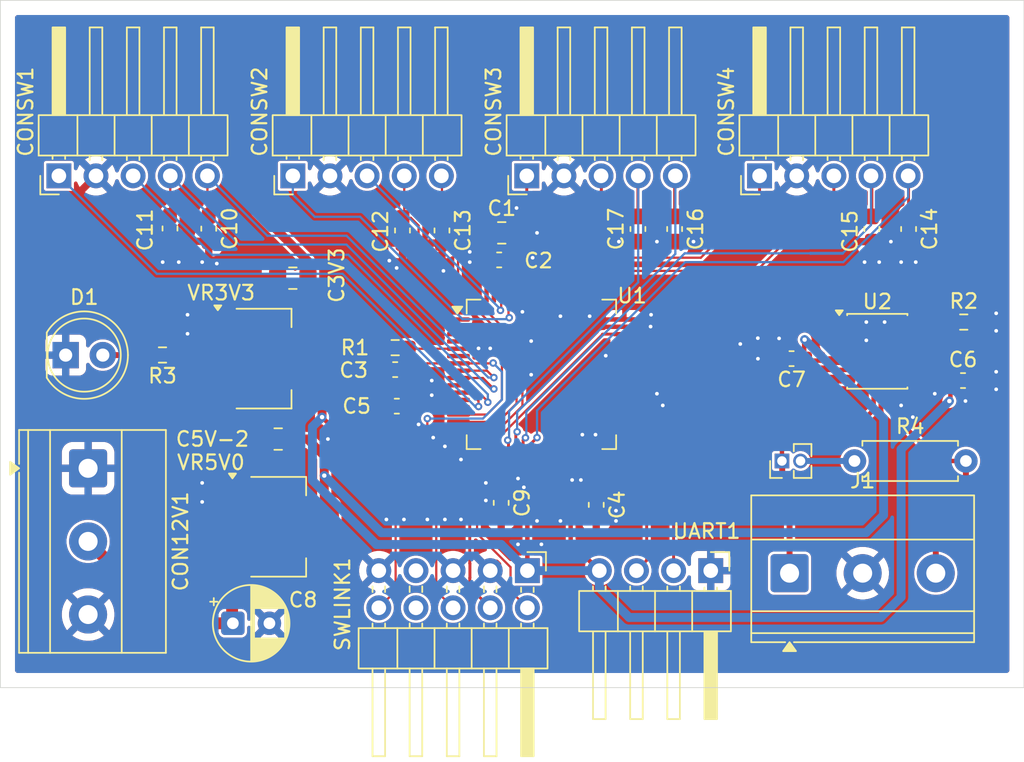
<source format=kicad_pcb>
(kicad_pcb (version 20241229) (generator "pcbnew") (generator_version "9.0")
  (title_block (date "2026-01-11"))
  (layers (0 "F.Cu" signal) (2 "B.Cu" signal) (13 "F.Paste" user) (15 "B.Paste" user) (5 "F.SilkS" user "F.Silkscreen") (7 "B.SilkS" user "B.Silkscreen") (1 "F.Mask" user) (3 "B.Mask" user) (25 "Edge.Cuts" user))
  (net 0 "")
  (net 6 "GND")
  (net 7 "+3.3V")
  (net 8 "/NRST")
  (net 9 "/SWO")
  (net 10 "/SWDIO")
  (net 11 "/SWCLK")
  (net 12 "+5V")
  (net 13 "+12V")
  (net 14 "/CAN1_RX")
  (net 15 "/CAN1_TX")
  (net 16 "/CTL1")
  (net 17 "/DEN1")
  (net 18 "/CTL2")
  (net 19 "/DEN2")
  (net 20 "/CTL3")
  (net 21 "/DEN3")
  (net 22 "/DEN4")
  (net 23 "/CTL4")
  (net 26 "/ADC1_IN12")
  (net 27 "/ADC1_IN8")
  (net 28 "/ADC1_IN10")
  (net 29 "/ADC1_IN6")
  (net 30 "/ADC1_IN5")
  (net 31 "/USART1_TX")
  (net 32 "/ADC1_IN9")
  (net 33 "/ADC1_IN7")
  (net 34 "/USART1_RX")
  (net 35 "/ADC1_IN11")
  (net 36 "/BOOT0")
  (net 37 "/CANH")
  (net 38 "/CANL")
  (net 39 "Net-(U2-STBY)")
  (net 40 "Net-(D1-A)")
  (net 50 "/ADC1_IN1")
  (net 58 "/ADC1_IN2")
  (net 62 "Net-(J2-Pin_2)")
  (footprint "Capacitor_SMD:C_0603_1608Metric_Pad1.08x0.95mm_HandSolder" (layer "F.Cu") (at 129.5 91.7375 -90)
    (property "Reference" "C12")
    (property "Value" "100n" (hide yes))
  )
  (footprint "Capacitor_SMD:C_0805_2012Metric_Pad1.18x1.45mm_HandSolder" (layer "F.Cu") (at 121 106 180)
    (property "Reference" "C5V-2")
    (property "Value" "1u" (hide yes))
  )
  (footprint "Capacitor_SMD:C_0805_2012Metric_Pad1.18x1.45mm_HandSolder" (layer "F.Cu") (at 136.2875 91.9)
    (property "Reference" "C1")
    (property "Value" "4u7" (hide yes))
  )
  (footprint "Connector_PinHeader_2.54mm:PinHeader_1x05_P2.54mm_Horizontal" (layer "F.Cu") (at 122 88 90)
    (property "Reference" "CONSW2")
    (property "Value" "Conn_01x05" (hide yes))
  )
  (footprint "Connector_PinHeader_2.54mm:PinHeader_2x05_P2.54mm_Horizontal" (layer "F.Cu") (at 138.04 115 -90)
    (property "Reference" "SWLINK1")
    (property "Value" "Conn_ARM_JTAG_SWD_10" (hide yes))
  )
  (footprint "Package_TO_SOT_SMD:SOT-223-3_TabPin2" (layer "F.Cu") (at 121 112)
    (property "Reference" "VR5V0")
    (property "Value" "TLV1117-50" (hide yes))
  )
  (footprint "Connector_PinHeader_1.27mm:PinHeader_1x02_P1.27mm_Vertical" (layer "F.Cu") (at 155.45 107.5 90)
    (property "Reference" "J2" (hide yes))
    (property "Value" "TERM")
  )
  (footprint "Capacitor_SMD:C_0603_1608Metric_Pad1.08x0.95mm_HandSolder" (layer "F.Cu") (at 129.1125 103.75 180)
    (property "Reference" "C5")
    (property "Value" "100n" (hide yes))
  )
  (footprint "Resistor_SMD:R_0603_1608Metric_Pad0.98x0.95mm_HandSolder" (layer "F.Cu") (at 129 99.75 180)
    (property "Reference" "R1")
    (property "Value" "10K" (hide yes))
  )
  (footprint "Capacitor_SMD:C_0603_1608Metric_Pad1.08x0.95mm_HandSolder" (layer "F.Cu") (at 113.6 91.6 -90)
    (property "Reference" "C11")
    (property "Value" "100n" (hide yes))
  )
  (footprint "TerminalBlock_Phoenix:TerminalBlock_Phoenix_MKDS-1,5-3_1x03_P5.00mm_Horizontal" (layer "F.Cu") (at 155.97 115.1725)
    (property "Reference" "J1")
    (property "Value" "CANBUS")
  )
  (footprint "Connector_PinHeader_2.54mm:PinHeader_1x05_P2.54mm_Horizontal" (layer "F.Cu") (at 106 88 90)
    (property "Reference" "CONSW1")
    (property "Value" "Conn_01x05" (hide yes))
  )
  (footprint "Capacitor_SMD:C_0805_2012Metric_Pad1.18x1.45mm_HandSolder" (layer "F.Cu") (at 122 95 180)
    (property "Reference" "C3V3")
    (property "Value" "1u" (hide yes))
  )
  (footprint "Package_TO_SOT_SMD:SOT-223-3_TabPin2" (layer "F.Cu") (at 120 100.5)
    (property "Reference" "VR3V3")
    (property "Value" "TLV1117-33" (hide yes))
  )
  (footprint "Capacitor_SMD:C_0603_1608Metric_Pad1.08x0.95mm_HandSolder" (layer "F.Cu") (at 136.25 110.3625 -90)
    (property "Reference" "C9")
    (property "Value" "1u" (hide yes))
  )
  (footprint "Resistor_SMD:R_0603_1608Metric_Pad0.98x0.95mm_HandSolder" (layer "F.Cu") (at 113.0875 100.25 180)
    (property "Reference" "R3")
    (property "Value" "1K" (hide yes))
  )
  (footprint "TerminalBlock_Phoenix:TerminalBlock_Phoenix_MKDS-1,5-3_1x03_P5.00mm_Horizontal" (layer "F.Cu") (at 108 108 -90)
    (property "Reference" "CON12V1")
    (property "Value" "CENTER+")
  )
  (footprint "Capacitor_SMD:C_0603_1608Metric_Pad1.08x0.95mm_HandSolder" (layer "F.Cu") (at 136.1125 93.75)
    (property "Reference" "C2")
    (property "Value" "100n" (hide yes))
  )
  (footprint "Connector_PinHeader_2.54mm:PinHeader_1x04_P2.54mm_Horizontal" (layer "F.Cu") (at 150.58 115 -90)
    (property "Reference" "UART1")
    (property "Value" "Conn_01x04" (hide yes))
  )
  (footprint "Package_QFP:LQFP-64_10x10mm_P0.5mm" (layer "F.Cu") (at 139 101.575)
    (property "Reference" "U1")
    (property "Value" "STM32L433RCT3" (hide yes))
  )
  (footprint "Capacitor_SMD:C_0603_1608Metric_Pad1.08x0.95mm_HandSolder" (layer "F.Cu") (at 145.6 91.6375 -90)
    (property "Reference" "C17")
    (property "Value" "100n" (hide yes))
  )
  (footprint "Connector_PinHeader_2.54mm:PinHeader_1x05_P2.54mm_Horizontal" (layer "F.Cu") (at 153.92 88 90)
    (property "Reference" "CONSW4")
    (property "Value" "Conn_01x05" (hide yes))
  )
  (footprint "Capacitor_SMD:C_0603_1608Metric_Pad1.08x0.95mm_HandSolder" (layer "F.Cu") (at 164.11 91.6375 -90)
    (property "Reference" "C14")
    (property "Value" "100n" (hide yes))
  )
  (footprint "Connector_PinHeader_2.54mm:PinHeader_1x05_P2.54mm_Horizontal" (layer "F.Cu") (at 138 88 90)
    (property "Reference" "CONSW3")
    (property "Value" "Conn_01x05" (hide yes))
  )
  (footprint "Capacitor_THT:CP_Radial_D5.0mm_P2.50mm" (layer "F.Cu") (at 117.9 118.6)
    (property "Reference" "C8")
    (property "Value" "10u" (hide yes))
  )
  (footprint "Capacitor_SMD:C_0603_1608Metric_Pad1.08x0.95mm_HandSolder" (layer "F.Cu") (at 148.11 91.6375 -90)
    (property "Reference" "C16")
    (property "Value" "100n" (hide yes))
  )
  (footprint "Capacitor_SMD:C_0603_1608Metric_Pad1.08x0.95mm_HandSolder" (layer "F.Cu") (at 156.1075 100.5 180)
    (property "Reference" "C7")
    (property "Value" "100n" (hide yes))
  )
  (footprint "Resistor_THT:R_Axial_DIN0207_L6.3mm_D2.5mm_P7.62mm_Horizontal" (layer "F.Cu") (at 160.41 107.5)
    (property "Reference" "R4")
    (property "Value" "120R" (hide yes))
  )
  (footprint "Capacitor_SMD:C_0603_1608Metric_Pad1.08x0.95mm_HandSolder" (layer "F.Cu") (at 129 101.25 180)
    (property "Reference" "C3")
    (property "Value" "100n" (hide yes))
  )
  (footprint "Resistor_SMD:R_0603_1608Metric_Pad0.98x0.95mm_HandSolder" (layer "F.Cu") (at 167.8825 98)
    (property "Reference" "R2")
    (property "Value" "10K" (hide yes))
  )
  (footprint "Capacitor_SMD:C_0603_1608Metric_Pad1.08x0.95mm_HandSolder" (layer "F.Cu") (at 167.8325 102)
    (property "Reference" "C6")
    (property "Value" "100n" (hide yes))
  )
  (footprint "Capacitor_SMD:C_0603_1608Metric_Pad1.08x0.95mm_HandSolder" (layer "F.Cu") (at 116.25 91.6125 -90)
    (property "Reference" "C10")
    (property "Value" "100n" (hide yes))
  )
  (footprint "Capacitor_SMD:C_0603_1608Metric_Pad1.08x0.95mm_HandSolder" (layer "F.Cu") (at 161.6 91.6375 -90)
    (property "Reference" "C15")
    (property "Value" "100n" (hide yes))
  )
  (footprint "Capacitor_SMD:C_0603_1608Metric_Pad1.08x0.95mm_HandSolder" (layer "F.Cu") (at 132.2 91.7375 -90)
    (property "Reference" "C13")
    (property "Value" "100n" (hide yes))
  )
  (footprint "Package_SO:SOIC-8_3.9x4.9mm_P1.27mm" (layer "F.Cu") (at 161.97 100)
    (property "Reference" "U2")
    (property "Value" "MCP2562-E-SN" (hide yes))
  )
  (footprint "LED_THT:LED_D5.0mm_Clear" (layer "F.Cu") (at 106.465 100.26)
    (property "Reference" "D1")
    (property "Value" "3.3V")
  )
  (footprint "Capacitor_SMD:C_0603_1608Metric_Pad1.08x0.95mm_HandSolder" (layer "F.Cu") (at 142.75 110.5 -90)
    (property "Reference" "C4")
    (property "Value" "100n" (hide yes))
  )
  (gr_rect (start 102 76) (end 172 123) (stroke (width 0.05)) (fill no) (layer "Edge.Cuts"))
  (segment (start 137.325 91.9) (end 137.325 92.775) (width 0.2) (layer "F.Cu") (net 6))
  (segment (start 136.341176 94.5) (end 136.7 94.5) (width 0.2) (layer "F.Cu") (net 6))
  (segment (start 135.75 95.091176) (end 136.341176 94.5) (width 0.2) (layer "F.Cu") (net 6))
  (segment (start 136.975 93.125) (end 136.975 93.75) (width 0.2) (layer "F.Cu") (net 6))
  (segment (start 136.975 93.75) (end 136.975 94.225) (width 0.2) (layer "F.Cu") (net 6))
  (segment (start 137.325 92.775) (end 136.975 93.125) (width 0.2) (layer "F.Cu") (net 6))
  (segment (start 135.75 95.9) (end 135.75 95.091176) (width 0.2) (layer "F.Cu") (net 6))
  (segment (start 136.975 94.225) (end 136.7 94.5) (width 0.2) (layer "F.Cu") (net 6))
  (via (at 134.7 99.8) (size 0.508) (drill 0.254) (layers "F.Cu" "B.Cu") (net 6))
  (via (at 113.1 93.9) (size 0.508) (drill 0.254) (layers "F.Cu" "B.Cu") (net 6))
  (via (at 141.7 108.8) (size 0.508) (drill 0.254) (layers "F.Cu" "B.Cu") (net 6))
  (via (at 138.4 93.6) (size 0.508) (drill 0.254) (layers "F.Cu" "B.Cu") (net 6))
  (via (at 138.7 91.9) (size 0.508) (drill 0.254) (layers "F.Cu" "B.Cu") (net 6))
  (via (at 128.6 93.8) (size 0.508) (drill 0.254) (layers "F.Cu" "B.Cu") (net 6))
  (via (at 162.9 92.5) (size 0.508) (drill 0.254) (layers "F.Cu" "B.Cu") (net 6))
  (via (at 129.6 111.5) (size 0.508) (drill 0.254) (layers "F.Cu" "B.Cu") (net 6))
  (via (at 124.4 106) (size 0.508) (drill 0.254) (layers "F.Cu" "B.Cu") (net 6))
  (via (at 114.8 98.8) (size 0.508) (drill 0.254) (layers "F.Cu" "B.Cu") (net 6))
  (via (at 142.3 97.6) (size 0.508) (drill 0.254) (layers "F.Cu" "B.Cu") (net 6))
  (via (at 132.4 106.5) (size 0.508) (drill 0.254) (layers "F.Cu" "B.Cu") (net 6))
  (via (at 161.22 98) (size 0.508) (drill 0.254) (layers "F.Cu" "B.Cu") (net 6))
  (via (at 131.5 102) (size 0.508) (drill 0.254) (layers "F.Cu" "B.Cu") (net 6))
  (via (at 170.1 98.6) (size 0.508) (drill 0.254) (layers "F.Cu" "B.Cu") (net 6))
  (via (at 144.1 110.9) (size 0.508) (drill 0.254) (layers "F.Cu" "B.Cu") (net 6))
  (via (at 162.1 93.9) (size 0.508) (drill 0.254) (layers "F.Cu" "B.Cu") (net 6))
  (via (at 142.7 105.7) (size 0.508) (drill 0.254) (layers "F.Cu" "B.Cu") (net 6))
  (via (at 115.8 109) (size 0.508) (drill 0.254) (layers "F.Cu" "B.Cu") (net 6))
  (via (at 165.9 102.9) (size 0.508) (drill 0.254) (layers "F.Cu" "B.Cu") (net 6))
  (via (at 137.7 97.3) (size 0.508) (drill 0.254) (layers "F.Cu" "B.Cu") (net 6))
  (via (at 144.1 111.6) (size 0.508) (drill 0.254) (layers "F.Cu" "B.Cu") (net 6))
  (via (at 140.3 111.6) (size 0.508) (drill 0.254) (layers "F.Cu" "B.Cu") (net 6))
  (via (at 137.8 109.3) (size 0.508) (drill 0.254) (layers "F.Cu" "B.Cu") (net 6))
  (via (at 114.8 97.5) (size 0.508) (drill 0.254) (layers "F.Cu" "B.Cu") (net 6))
  (via (at 134.1 93.2) (size 0.508) (drill 0.254) (layers "F.Cu" "B.Cu") (net 6))
  (via (at 164.6 93.9) (size 0.508) (drill 0.254) (layers "F.Cu" "B.Cu") (net 6))
  (via (at 163.6 103.7) (size 0.508) (drill 0.254) (layers "F.Cu" "B.Cu") (net 6))
  (via (at 146.9 92.5) (size 0.508) (drill 0.254) (layers "F.Cu" "B.Cu") (net 6))
  (via (at 135.2 109) (size 0.508) (drill 0.254) (layers "F.Cu" "B.Cu") (net 6))
  (via (at 114.2 93.9) (size 0.508) (drill 0.254) (layers "F.Cu" "B.Cu") (net 6))
  (via (at 149.4 92.5) (size 0.508) (drill 0.254) (layers "F.Cu" "B.Cu") (net 6))
  (via (at 170.1 97.4) (size 0.508) (drill 0.254) (layers "F.Cu" "B.Cu") (net 6))
  (via (at 146.9 102.9) (size 0.508) (drill 0.254) (layers "F.Cu" "B.Cu") (net 6))
  (via (at 146.466235 98.309304) (size 0.508) (drill 0.254) (layers "F.Cu" "B.Cu") (net 6))
  (via (at 162.47 98) (size 0.508) (drill 0.254) (layers "F.Cu" "B.Cu") (net 6))
  (via (at 163.6 93.9) (size 0.508) (drill 0.254) (layers "F.Cu" "B.Cu") (net 6))
  (via (at 139 113.2) (size 0.508) (drill 0.254) (layers "F.Cu" "B.Cu") (net 6))
  (via (at 141.8 105.7) (size 0.508) (drill 0.254) (layers "F.Cu" "B.Cu") (net 6))
  (via (at 138.7 111.6) (size 0.508) (drill 0.254) (layers "F.Cu" "B.Cu") (net 6))
  (via (at 128.4 111.5) (size 0.508) (drill 0.254) (layers "F.Cu" "B.Cu") (net 6))
  (via (at 140.3 97.6) (size 0.508) (drill 0.254) (layers "F.Cu" "B.Cu") (net 6))
  (via (at 168 103.4) (size 0.508) (drill 0.254) (layers "F.Cu" "B.Cu") (net 6))
  (via (at 161.22 99.25) (size 0.508) (drill 0.254) (layers "F.Cu" "B.Cu") (net 6))
  (via (at 116.8 94) (size 0.508) (drill 0.254) (layers "F.Cu" "B.Cu") (net 6))
  (via (at 152.6 99.5) (size 0.508) (drill 0.254) (layers "F.Cu" "B.Cu") (net 6))
  (via (at 115.8 110.3) (size 0.508) (drill 0.254) (layers "F.Cu" "B.Cu") (net 6))
  (via (at 132.4 111.5) (size 0.508) (drill 0.254) (layers "F.Cu" "B.Cu") (net 6))
  (via (at 134.1 93.9) (size 0.508) (drill 0.254) (layers "F.Cu" "B.Cu") (net 6))
  (via (at 153.807269 100.507582) (size 0.508) (drill 0.254) (layers "F.Cu" "B.Cu") (net 6))
  (via (at 115.8 93.9) (size 0.508) (drill 0.254) (layers "F.Cu" "B.Cu") (net 6))
  (via (at 131.2 111.5) (size 0.508) (drill 0.254) (layers "F.Cu" "B.Cu") (net 6))
  (via (at 146.5 97.5) (size 0.508) (drill 0.254) (layers "F.Cu" "B.Cu") (net 6))
  (via (at 147.3 103.7) (size 0.508) (drill 0.254) (layers "F.Cu" "B.Cu") (net 6))
  (via (at 138.3 99.3) (size 0.508) (drill 0.254) (layers "F.Cu" "B.Cu") (net 6))
  (via (at 130.6 105) (size 0.508) (drill 0.254) (layers "F.Cu" "B.Cu") (net 6))
  (via (at 129.1 94.3) (size 0.508) (drill 0.254) (layers "F.Cu" "B.Cu") (net 6))
  (via (at 135.5 99.8) (size 0.508) (drill 0.254) (layers "F.Cu" "B.Cu") (net 6))
  (via (at 137.4 108.7) (size 0.508) (drill 0.254) (layers "F.Cu" "B.Cu") (net 6))
  (via (at 137.4 113.2) (size 0.508) (drill 0.254) (layers "F.Cu" "B.Cu") (net 6))
  (via (at 143.4 100.3) (size 0.508) (drill 0.254) (layers "F.Cu" "B.Cu") (net 6))
  (via (at 133.5 107.4) (size 0.508) (drill 0.254) (layers "F.Cu" "B.Cu") (net 6))
  (via (at 133.5 111.5) (size 0.508) (drill 0.254) (layers "F.Cu" "B.Cu") (net 6))
  (via (at 132.3 94.5) (size 0.508) (drill 0.254) (layers "F.Cu" "B.Cu") (net 6))
  (via (at 138.3 101.6) (size 0.508) (drill 0.254) (layers "F.Cu" "B.Cu") (net 6))
  (via (at 161.1 93.9) (size 0.508) (drill 0.254) (layers "F.Cu" "B.Cu") (net 6))
  (via (at 135.2 110.2) (size 0.508) (drill 0.254) (layers "F.Cu" "B.Cu") (net 6))
  (via (at 144.3 92.5) (size 0.508) (drill 0.254) (layers "F.Cu" "B.Cu") (net 6))
  (via (at 164.4 104.5) (size 0.508) (drill 0.254) (layers "F.Cu" "B.Cu") (net 6))
  (via (at 131.5 103) (size 0.508) (drill 0.254) (layers "F.Cu" "B.Cu") (net 6))
  (via (at 170.1 102.6) (size 0.508) (drill 0.254) (layers "F.Cu" "B.Cu") (net 6))
  (via (at 153.8 99.1) (size 0.508) (drill 0.254) (layers "F.Cu" "B.Cu") (net 6))
  (via (at 155.25469 99.117598) (size 0.508) (drill 0.254) (layers "F.Cu" "B.Cu") (net 6))
  (via (at 137.3 90.2) (size 0.508) (drill 0.254) (layers "F.Cu" "B.Cu") (net 6))
  (via (at 141.1 108.8) (size 0.508) (drill 0.254) (layers "F.Cu" "B.Cu") (net 6))
  (via (at 131.6 105.9) (size 0.508) (drill 0.254) (layers "F.Cu" "B.Cu") (net 6))
  (via (at 170.1 101.4) (size 0.508) (drill 0.254) (layers "F.Cu" "B.Cu") (net 6))
  (segment (start 166.875 101.905) (end 166.97 102) (width 0.305) (layer "F.Cu") (net 7))
  (segment (start 135.25 91.9) (end 135.25 88.15) (width 0.61) (layer "F.Cu") (net 7))
  (segment (start 129.975 105.025) (end 129.5 105.5) (width 0.305) (layer "F.Cu") (net 7))
  (segment (start 142.75 109.6375) (end 141.80625 109.6375) (width 0.305) (layer "F.Cu") (net 7))
  (segment (start 141.80625 109.6375) (end 141 110.44375) (width 0.305) (layer "F.Cu") (net 7))
  (segment (start 123.0375 100.3875) (end 123.15 100.5) (width 0.61) (layer "F.Cu") (net 7))
  (segment (start 129.5 105.5) (end 125 105.5) (width 0.305) (layer "F.Cu") (net 7))
  (segment (start 138.04 115) (end 138.04 113) (width 0.305) (layer "F.Cu") (net 7))
  (segment (start 130.05 103.825) (end 133.325 103.825) (width 0.254) (layer "F.Cu") (net 7))
  (segment (start 164.445 101.905) (end 166.875 101.905) (width 0.305) (layer "F.Cu") (net 7))
  (segment (start 141 113) (end 141.5 113.5) (width 0.305) (layer "F.Cu") (net 7))
  (segment (start 132.6 85.5) (end 120.1 85.5) (width 0.61) (layer "F.Cu") (net 7))
  (segment (start 135.25 95.9) (end 135.25 93.75) (width 0.1524) (layer "F.Cu") (net 7))
  (segment (start 120.1 85.5) (end 119.6 86) (width 0.61) (layer "F.Cu") (net 7))
  (segment (start 129.975 103.75) (end 130.05 103.825) (width 0.254) (layer "F.Cu") (net 7))
  (segment (start 123.5 100.85) (end 123.15 100.5) (width 0.61) (layer "F.Cu") (net 7))
  (segment (start 114 100.25) (end 116.6 100.25) (width 0.305) (layer "F.Cu") (net 7))
  (segment (start 136.25 109.5) (end 137 109.5) (width 0.305) (layer "F.Cu") (net 7))
  (segment (start 135.25 92) (end 135.25 93.75) (width 0.305) (layer "F.Cu") (net 7))
  (segment (start 123.0375 93.8375) (end 119.6 90.4) (width 0.61) (layer "F.Cu") (net 7))
  (segment (start 123.0375 95) (end 123.0375 93.8375) (width 0.61) (layer "F.Cu") (net 7))
  (segment (start 123.0375 97.5) (end 123.0375 100.3875) (width 0.61) (layer "F.Cu") (net 7))
  (segment (start 141 110.44375) (end 141 113) (width 0.305) (layer "F.Cu") (net 7))
  (segment (start 116.6 100.25) (end 116.85 100.5) (width 0.305) (layer "F.Cu") (net 7))
  (segment (start 123.0375 95) (end 123.0375 97.5) (width 0.61) (layer "F.Cu") (net 7))
  (segment (start 125 105.5) (end 124 104.5) (width 0.305) (layer "F.Cu") (net 7))
  (segment (start 123.5 103) (end 123.5 100.85) (width 0.61) (layer "F.Cu") (net 7))
  (segment (start 136.25 109.5) (end 136.25 107.25) (width 0.254) (layer "F.Cu") (net 7))
  (segment (start 124 103.5) (end 124 104.5) (width 0.61) (layer "F.Cu") (net 7))
  (segment (start 129.6625 104.025) (end 129.6875 104) (width 0.2) (layer "F.Cu") (net 7))
  (segment (start 142.75 109.6375) (end 142.75 107.25) (width 0.254) (layer "F.Cu") (net 7))
  (segment (start 119.6 86) (end 119.6 90.4) (width 0.61) (layer "F.Cu") (net 7))
  (segment (start 138.04 110.54) (end 138.04 113) (width 0.305) (layer "F.Cu") (net 7))
  (segment (start 142.96 115) (end 141.5 113.54) (width 0.305) (layer "F.Cu") (net 7))
  (segment (start 141.5 113.54) (end 141.5 113.5) (width 0.2) (layer "F.Cu") (net 7))
  (segment (start 135.25 88.15) (end 132.6 85.5) (width 0.61) (layer "F.Cu") (net 7))
  (segment (start 166.97 103.33) (end 166.9 103.4) (width 0.305) (layer "F.Cu") (net 7))
  (segment (start 116.85 100.5) (end 123.15 100.5) (width 0.61) (layer "F.Cu") (net 7))
  (segment (start 166.97 102) (end 166.97 103.33) (width 0.305) (layer "F.Cu") (net 7))
  (segment (start 129.975 103.75) (end 129.975 105.025) (width 0.305) (layer "F.Cu") (net 7))
  (segment (start 124 103.5) (end 123.5 103) (width 0.61) (layer "F.Cu") (net 7))
  (segment (start 137 109.5) (end 138.04 110.54) (width 0.305) (layer "F.Cu") (net 7))
  (via (at 124 104.5) (size 0.6) (drill 0.3) (layers "F.Cu" "B.Cu") (net 7))
  (via (at 166.9 103.4) (size 0.6) (drill 0.3) (layers "F.Cu" "B.Cu") (net 7))
  (segment (start 138.04 115) (end 136.251 113.211) (width 0.61) (layer "B.Cu") (net 7))
  (segment (start 123.339 105.161) (end 124 104.5) (width 0.61) (layer "B.Cu") (net 7))
  (segment (start 163.6 116.8) (end 162.2 118.2) (width 0.61) (layer "B.Cu") (net 7))
  (segment (start 163.6 106.7) (end 163.6 116.8) (width 0.61) (layer "B.Cu") (net 7))
  (segment (start 123.339 108.835928) (end 123.339 105.161) (width 0.61) (layer "B.Cu") (net 7))
  (segment (start 166.9 103.4) (end 163.6 106.7) (width 0.61) (layer "B.Cu") (net 7))
  (segment (start 145 118.2) (end 142.96 116.16) (width 0.61) (layer "B.Cu") (net 7))
  (segment (start 136.251 113.211) (end 127.714072 113.211) (width 0.61) (layer "B.Cu") (net 7))
  (segment (start 162.2 118.2) (end 145 118.2) (width 0.61) (layer "B.Cu") (net 7))
  (segment (start 142.96 116.16) (end 142.96 115) (width 0.61) (layer "B.Cu") (net 7))
  (segment (start 138.04 115) (end 142.96 115) (width 0.61) (layer "B.Cu") (net 7))
  (segment (start 127.714072 113.211) (end 123.339 108.835928) (width 0.61) (layer "B.Cu") (net 7))
  (segment (start 133.325 100.825) (end 135.675 100.825) (width 0.1524) (layer "F.Cu") (net 8))
  (segment (start 130.75 101.25) (end 131.175 100.825) (width 0.1524) (layer "F.Cu") (net 8))
  (segment (start 131.2 105.2) (end 129.031 107.369) (width 0.1524) (layer "F.Cu") (net 8))
  (segment (start 129.8625 101.25) (end 130.75 101.25) (width 0.1524) (layer "F.Cu") (net 8))
  (segment (start 131.175 100.825) (end 133.325 100.825) (width 0.1524) (layer "F.Cu") (net 8))
  (segment (start 135.675 100.825) (end 135.7 100.8) (width 0.2) (layer "F.Cu") (net 8))
  (segment (start 129.031 107.369) (end 129.031 116.389) (width 0.1524) (layer "F.Cu") (net 8))
  (segment (start 131.2 104.6) (end 131.2 105.2) (width 0.1524) (layer "F.Cu") (net 8))
  (segment (start 129.031 116.389) (end 127.88 117.54) (width 0.1524) (layer "F.Cu") (net 8))
  (via (at 135.7 100.8) (size 0.508) (drill 0.254) (layers "F.Cu" "B.Cu") (net 8))
  (via (at 131.2 104.6) (size 0.508) (drill 0.254) (layers "F.Cu" "B.Cu") (net 8))
  (segment (start 136.301001 103.297919) (end 134.99892 104.6) (width 0.1524) (layer "B.Cu") (net 8))
  (segment (start 134.99892 104.6) (end 131.2 104.6) (width 0.1524) (layer "B.Cu") (net 8))
  (segment (start 135.7 100.8) (end 136.301001 101.401001) (width 0.1524) (layer "B.Cu") (net 8))
  (segment (start 136.301001 101.401001) (end 136.301001 103.297919) (width 0.1524) (layer "B.Cu") (net 8))
  (segment (start 131.809 108.191) (end 134.774 105.226) (width 0.1524) (layer "F.Cu") (net 9))
  (segment (start 137.301 103.5661) (end 137.301 98.799) (width 0.1524) (layer "F.Cu") (net 9))
  (segment (start 139.124 96.976) (end 139.482824 96.976) (width 0.1524) (layer "F.Cu") (net 9))
  (segment (start 139.75 96.708824) (end 139.75 95.9) (width 0.1524) (layer "F.Cu") (net 9))
  (segment (start 132.96 117.54) (end 131.809 116.389) (width 0.1524) (layer "F.Cu") (net 9))
  (segment (start 139.701 96.399) (end 139.75 96.35) (width 0.2) (layer "F.Cu") (net 9))
  (segment (start 135.6411 105.226) (end 137.301 103.5661) (width 0.1524) (layer "F.Cu") (net 9))
  (segment (start 134.774 105.226) (end 135.6411 105.226) (width 0.1524) (layer "F.Cu") (net 9))
  (segment (start 139.75 96.35) (end 139.75 95.9) (width 0.2) (layer "F.Cu") (net 9))
  (segment (start 131.809 116.389) (end 131.809 108.191) (width 0.1524) (layer "F.Cu") (net 9))
  (segment (start 137.301 98.799) (end 139.124 96.976) (width 0.1524) (layer "F.Cu") (net 9))
  (segment (start 139.482824 96.976) (end 139.75 96.708824) (width 0.1524) (layer "F.Cu") (net 9))
  (segment (start 134.6 112.47224) (end 134.6 106.5342) (width 0.1524) (layer "F.Cu") (net 10))
  (segment (start 136.889 116.389) (end 136.889 114.76124) (width 0.1524) (layer "F.Cu") (net 10))
  (segment (start 138.04 117.54) (end 136.889 116.389) (width 0.1524) (layer "F.Cu") (net 10))
  (segment (start 134.6 106.5342) (end 135.1062 106.028) (width 0.1524) (layer "F.Cu") (net 10))
  (segment (start 136.889 114.76124) (end 134.6 112.47224) (width 0.1524) (layer "F.Cu") (net 10))
  (segment (start 135.9733 106.028) (end 143.1763 98.825) (width 0.1524) (layer "F.Cu") (net 10))
  (segment (start 143.1763 98.825) (end 144.675 98.825) (width 0.2) (layer "F.Cu") (net 10))
  (segment (start 135.1062 106.028) (end 135.9733 106.028) (width 0.1524) (layer "F.Cu") (net 10))
  (segment (start 134.1 106.4671) (end 134.9401 105.627) (width 0.1524) (layer "F.Cu") (net 11))
  (segment (start 139.839086 97.377) (end 140.311486 96.9046) (width 0.1524) (layer "F.Cu") (net 11))
  (segment (start 134.1 116.14) (end 134.1 115.48776) (width 0.2) (layer "F.Cu") (net 11))
  (segment (start 137.702 98.9651) (end 139.2901 97.377) (width 0.1524) (layer "F.Cu") (net 11))
  (segment (start 142.453248 96.9046) (end 142.75 96.607848) (width 0.1524) (layer "F.Cu") (net 11))
  (segment (start 134.111 114.52324) (end 134.1 114.51224) (width 0.2) (layer "F.Cu") (net 11))
  (segment (start 135.8072 105.627) (end 137.702 103.7322) (width 0.1524) (layer "F.Cu") (net 11))
  (segment (start 137.702 103.7322) (end 137.702 98.9651) (width 0.1524) (layer "F.Cu") (net 11))
  (segment (start 135.5 117.54) (end 134.1 116.14) (width 0.2) (layer "F.Cu") (net 11))
  (segment (start 134.9401 105.627) (end 135.8072 105.627) (width 0.1524) (layer "F.Cu") (net 11))
  (segment (start 134.1 115.48776) (end 134.111 115.47676) (width 0.2) (layer "F.Cu") (net 11))
  (segment (start 134.111 115.47676) (end 134.111 114.52324) (width 0.2) (layer "F.Cu") (net 11))
  (segment (start 139.2901 97.377) (end 139.839086 97.377) (width 0.1524) (layer "F.Cu") (net 11))
  (segment (start 134.1 114.51224) (end 134.1 106.4671) (width 0.2) (layer "F.Cu") (net 11))
  (segment (start 140.311486 96.9046) (end 142.453248 96.9046) (width 0.1524) (layer "F.Cu") (net 11))
  (segment (start 142.75 96.607848) (end 142.75 95.9) (width 0.1524) (layer "F.Cu") (net 11))
  (segment (start 120.8 102.8) (end 122.0375 104.0375) (width 0.61) (layer "F.Cu") (net 12))
  (segment (start 123 106) (end 124.15 107.15) (width 0.61) (layer "F.Cu") (net 12))
  (segment (start 124.15 108.5) (end 124.15 112) (width 0.61) (layer "F.Cu") (net 12))
  (segment (start 116.85 102.8) (end 120.8 102.8) (width 0.61) (layer "F.Cu") (net 12))
  (segment (start 124.15 107.15) (end 124.15 108.5) (width 0.61) (layer "F.Cu") (net 12))
  (segment (start 117.85 112) (end 124.15 112) (width 0.61) (layer "F.Cu") (net 12))
  (segment (start 156.97 99.23) (end 157 99.2) (width 0.305) (layer "F.Cu") (net 12))
  (segment (start 157.085 100.635) (end 156.97 100.52) (width 0.305) (layer "F.Cu") (net 12))
  (segment (start 159.495 100.635) (end 157.085 100.635) (width 0.305) (layer "F.Cu") (net 12))
  (segment (start 122.0375 104.0375) (end 122.0375 106) (width 0.61) (layer "F.Cu") (net 12))
  (segment (start 122.0375 106) (end 123 106) (width 0.61) (layer "F.Cu") (net 12))
  (segment (start 156.97 100.5) (end 156.97 99.23) (width 0.305) (layer "F.Cu") (net 12))
  (segment (start 156.97 100.52) (end 156.97 100.5) (width 0.305) (layer "F.Cu") (net 12))
  (via (at 157 99.2) (size 0.6) (drill 0.3) (layers "F.Cu" "B.Cu") (net 12))
  (via (at 124.15 108.5) (size 0.6) (drill 0.3) (layers "F.Cu" "B.Cu") (net 12))
  (segment (start 162.4 104.6) (end 162.4 111.2) (width 0.61) (layer "B.Cu") (net 12))
  (segment (start 157 99.2) (end 162.4 104.6) (width 0.61) (layer "B.Cu") (net 12))
  (segment (start 162.4 111.2) (end 161.2 112.4) (width 0.61) (layer "B.Cu") (net 12))
  (segment (start 128.05 112.4) (end 124.15 108.5) (width 0.61) (layer "B.Cu") (net 12))
  (segment (start 161.2 112.4) (end 128.05 112.4) (width 0.61) (layer "B.Cu") (net 12))
  (segment (start 117.85 114.3) (end 117.85 118.55) (width 0.8128) (layer "F.Cu") (net 13))
  (segment (start 117.85 118.55) (end 117.9 118.6) (width 0.8128) (layer "F.Cu") (net 13))
  (segment (start 113.6 118.6) (end 108 113) (width 0.8128) (layer "F.Cu") (net 13))
  (segment (start 117.9 118.6) (end 113.6 118.6) (width 0.8128) (layer "F.Cu") (net 13))
  (segment (start 144.675 99.825) (end 151.545 99.825) (width 0.254) (layer "F.Cu") (net 14))
  (segment (start 153.625 101.905) (end 159.495 101.905) (width 0.254) (layer "F.Cu") (net 14))
  (segment (start 151.545 99.825) (end 153.625 101.905) (width 0.254) (layer "F.Cu") (net 14))
  (segment (start 159.495 98.095) (end 152.805 98.095) (width 0.254) (layer "F.Cu") (net 15))
  (segment (start 151.575 99.325) (end 144.675 99.325) (width 0.254) (layer "F.Cu") (net 15))
  (segment (start 152.805 98.095) (end 151.575 99.325) (width 0.254) (layer "F.Cu") (net 15))
  (segment (start 134.401 103.092176) (end 134.182824 102.874) (width 0.1524) (layer "F.Cu") (net 16))
  (segment (start 134.7 103.775) (end 134.7 103.4) (width 0.1524) (layer "F.Cu") (net 16))
  (segment (start 134.174 102.874) (end 134.125 102.825) (width 0.2) (layer "F.Cu") (net 16))
  (segment (start 134.125 102.825) (end 133.325 102.825) (width 0.1524) (layer "F.Cu") (net 16))
  (segment (start 134.401 103.101) (end 134.401 103.092176) (width 0.2) (layer "F.Cu") (net 16))
  (segment (start 134.7 103.4) (end 134.401 103.101) (width 0.1524) (layer "F.Cu") (net 16))
  (segment (start 134.182824 102.874) (end 134.174 102.874) (width 0.2) (layer "F.Cu") (net 16))
  (via (at 134.7 103.775) (size 0.508) (drill 0.254) (layers "F.Cu" "B.Cu") (net 16))
  (segment (start 125.4 94.7) (end 112.7 94.7) (width 0.1524) (layer "B.Cu") (net 16))
  (segment (start 134.7 103.775) (end 134.475 103.775) (width 0.2) (layer "B.Cu") (net 16))
  (segment (start 112.7 94.7) (end 106 88) (width 0.1524) (layer "B.Cu") (net 16))
  (segment (start 134.475 103.775) (end 125.4 94.7) (width 0.1524) (layer "B.Cu") (net 16))
  (segment (start 135.336348 103.436348) (end 135.336348 103.48334) (width 0.2) (layer "F.Cu") (net 17))
  (segment (start 134.225 102.325) (end 135.336348 103.436348) (width 0.1524) (layer "F.Cu") (net 17))
  (segment (start 133.325 102.325) (end 134.225 102.325) (width 0.1524) (layer "F.Cu") (net 17))
  (via (at 135.336348 103.48334) (size 0.508) (drill 0.254) (layers "F.Cu" "B.Cu") (net 17))
  (segment (start 135.336348 102.936348) (end 135.336348 103.48334) (width 0.1524) (layer "B.Cu") (net 17))
  (segment (start 116.48 93.4) (end 125.8 93.4) (width 0.1524) (layer "B.Cu") (net 17))
  (segment (start 125.8 93.4) (end 135.336348 102.936348) (width 0.1524) (layer "B.Cu") (net 17))
  (segment (start 111.08 88) (end 116.48 93.4) (width 0.1524) (layer "B.Cu") (net 17))
  (segment (start 136.75 95.9) (end 136.75 97.65) (width 0.1524) (layer "F.Cu") (net 18))
  (segment (start 136.75 97.65) (end 136.8 97.7) (width 0.2) (layer "F.Cu") (net 18))
  (via micro (at 136.8 97.7) (size 0.508) (drill 0.254) (layers "F.Cu" "B.Cu") (net 18))
  (segment (start 126.6 90.8) (end 133.6 97.8) (width 0.1524) (layer "B.Cu") (net 18))
  (segment (start 133.6 97.8) (end 136.7 97.8) (width 0.1524) (layer "B.Cu") (net 18))
  (segment (start 136.7 97.8) (end 136.8 97.7) (width 0.2) (layer "B.Cu") (net 18))
  (segment (start 123.5 90.8) (end 126.6 90.8) (width 0.1524) (layer "B.Cu") (net 18))
  (segment (start 122 88) (end 122 89.3) (width 0.1524) (layer "B.Cu") (net 18))
  (segment (start 122 89.3) (end 123.5 90.8) (width 0.1524) (layer "B.Cu") (net 18))
  (segment (start 136.25 95.9) (end 136.25 97.15) (width 0.1524) (layer "F.Cu") (net 19))
  (segment (start 136.25 97.15) (end 136.2 97.2) (width 0.2) (layer "F.Cu") (net 19))
  (via micro (at 136.2 97.2) (size 0.508) (drill 0.254) (layers "F.Cu" "B.Cu") (net 19))
  (segment (start 127.08 88) (end 136.2 97.12) (width 0.1524) (layer "B.Cu") (net 19))
  (segment (start 136.2 97.12) (end 136.2 97.2) (width 0.1524) (layer "B.Cu") (net 19))
  (segment (start 138 88) (end 138 89.5) (width 0.2) (layer "F.Cu") (net 20))
  (segment (start 138.75 94.45) (end 138.75 95.9) (width 0.1524) (layer "F.Cu") (net 20))
  (segment (start 139.4 90.9) (end 139.4 93.8) (width 0.1524) (layer "F.Cu") (net 20))
  (segment (start 139.4 93.8) (end 138.75 94.45) (width 0.1524) (layer "F.Cu") (net 20))
  (segment (start 138 89.5) (end 139.4 90.9) (width 0.1524) (layer "F.Cu") (net 20))
  (segment (start 140.25 91.85) (end 143.1 89) (width 0.1524) (layer "F.Cu") (net 21))
  (segment (start 143.1 88.02) (end 143.08 88) (width 0.2) (layer "F.Cu") (net 21))
  (segment (start 140.25 95.9) (end 140.25 91.85) (width 0.1524) (layer "F.Cu") (net 21))
  (segment (start 143.1 89) (end 143.1 88.02) (width 0.2) (layer "F.Cu") (net 21))
  (segment (start 142.4 94.5) (end 142.25 94.65) (width 0.1524) (layer "F.Cu") (net 22))
  (segment (start 159 88) (end 159 89.2) (width 0.2) (layer "F.Cu") (net 22))
  (segment (start 153.7 94.5) (end 142.4 94.5) (width 0.1524) (layer "F.Cu") (net 22))
  (segment (start 159 89.2) (end 153.7 94.5) (width 0.1524) (layer "F.Cu") (net 22))
  (segment (start 142.25 94.65) (end 142.25 95.9) (width 0.1524) (layer "F.Cu") (net 22))
  (segment (start 153.92 89.58) (end 149.9 93.6) (width 0.1524) (layer "F.Cu") (net 23))
  (segment (start 153.92 88) (end 153.92 89.58) (width 0.2) (layer "F.Cu") (net 23))
  (segment (start 141.25 94.05) (end 141.25 95.9) (width 0.1524) (layer "F.Cu") (net 23))
  (segment (start 149.9 93.6) (end 141.7 93.6) (width 0.1524) (layer "F.Cu") (net 23))
  (segment (start 141.7 93.6) (end 141.25 94.05) (width 0.1524) (layer "F.Cu") (net 23))
  (segment (start 138.25 106.35) (end 138.7 105.9) (width 0.2) (layer "F.Cu") (net 26))
  (segment (start 164.11 88.03) (end 164.08 88) (width 0.2) (layer "F.Cu") (net 26))
  (segment (start 164.11 90.775) (end 164.11 88.03) (width 0.2) (layer "F.Cu") (net 26))
  (segment (start 138.25 107.25) (end 138.25 106.35) (width 0.2) (layer "F.Cu") (net 26))
  (via (at 138.7 105.9) (size 0.508) (drill 0.254) (layers "F.Cu" "B.Cu") (net 26))
  (segment (start 159.643467 93.9) (end 164.08 89.463468) (width 0.1524) (layer "B.Cu") (net 26))
  (segment (start 148.843468 93.9) (end 159.643467 93.9) (width 0.1524) (layer "B.Cu") (net 26))
  (segment (start 139.052468 103.691) (end 148.843468 93.9) (width 0.1524) (layer "B.Cu") (net 26))
  (segment (start 164.08 89.463468) (end 164.08 88) (width 0.1524) (layer "B.Cu") (net 26))
  (segment (start 139.052468 103.691) (end 138.7 104.043468) (width 0.1524) (layer "B.Cu") (net 26))
  (segment (start 138.7 104.043468) (end 138.7 105.9) (width 0.1524) (layer "B.Cu") (net 26))
  (segment (start 148.11 88.05) (end 148.16 88) (width 0.2) (layer "F.Cu") (net 28))
  (segment (start 137.25 107.25) (end 137.25 105.595855) (width 0.2) (layer "F.Cu") (net 28))
  (segment (start 148.11 90.775) (end 148.11 88.05) (width 0.2) (layer "F.Cu") (net 28))
  (segment (start 137.25 105.595855) (end 137.339834 105.506021) (width 0.2) (layer "F.Cu") (net 28))
  (via (at 137.339834 105.506021) (size 0.508) (drill 0.254) (layers "F.Cu" "B.Cu") (net 28))
  (segment (start 137.339834 105.506021) (end 137.339834 104.160166) (width 0.1524) (layer "B.Cu") (net 28))
  (segment (start 148.16 93.34) (end 148.16 88) (width 0.1524) (layer "B.Cu") (net 28))
  (segment (start 137.339834 104.160166) (end 148.16 93.34) (width 0.1524) (layer "B.Cu") (net 28))
  (segment (start 133.3 91.3) (end 132.875 90.875) (width 0.1524) (layer "F.Cu") (net 29))
  (segment (start 132.2 88.04) (end 132.16 88) (width 0.254) (layer "F.Cu") (net 29))
  (segment (start 132.2 90.875) (end 132.2 88.04) (width 0.1524) (layer "F.Cu") (net 29))
  (segment (start 136.9 98.9) (end 133.3 95.3) (width 0.1524) (layer "F.Cu") (net 29))
  (segment (start 136.9 103.4) (end 136.9 98.9) (width 0.1524) (layer "F.Cu") (net 29))
  (segment (start 135.475 104.825) (end 136.9 103.4) (width 0.1524) (layer "F.Cu") (net 29))
  (segment (start 133.325 104.825) (end 135.475 104.825) (width 0.1524) (layer "F.Cu") (net 29))
  (segment (start 133.3 95.3) (end 133.3 91.3) (width 0.1524) (layer "F.Cu") (net 29))
  (segment (start 132.875 90.875) (end 132.2 90.875) (width 0.1524) (layer "F.Cu") (net 29))
  (segment (start 133.325 104.325) (end 135.275 104.325) (width 0.1524) (layer "F.Cu") (net 30))
  (segment (start 130.6 93.879232) (end 130.6 91.4) (width 0.1524) (layer "F.Cu") (net 30))
  (segment (start 130.6 91.4) (end 130.075 90.875) (width 0.1524) (layer "F.Cu") (net 30))
  (segment (start 129.62 88) (end 129.62 90.755) (width 0.1524) (layer "F.Cu") (net 30))
  (segment (start 133.271768 96.551) (end 130.6 93.879232) (width 0.1524) (layer "F.Cu") (net 30))
  (segment (start 133.9839 96.551) (end 133.271768 96.551) (width 0.1524) (layer "F.Cu") (net 30))
  (segment (start 130.075 90.875) (end 129.5 90.875) (width 0.1524) (layer "F.Cu") (net 30))
  (segment (start 135.275 104.325) (end 136.3 103.3) (width 0.1524) (layer "F.Cu") (net 30))
  (segment (start 136.3 98.8671) (end 133.9839 96.551) (width 0.1524) (layer "F.Cu") (net 30))
  (segment (start 129.62 90.755) (end 129.5 90.875) (width 0.254) (layer "F.Cu") (net 30))
  (segment (start 136.3 103.3) (end 136.3 98.8671) (width 0.1524) (layer "F.Cu") (net 30))
  (segment (start 146.2 101.541176) (end 146.2 114.3) (width 0.2) (layer "F.Cu") (net 31))
  (segment (start 146.2 114.3) (end 145.5 115) (width 0.2) (layer "F.Cu") (net 31))
  (segment (start 144.675 100.825) (end 145.483824 100.825) (width 0.2) (layer "F.Cu") (net 31))
  (segment (start 145.483824 100.825) (end 146.2 101.541176) (width 0.2) (layer "F.Cu") (net 31))
  (segment (start 145.6 90.775) (end 145.6 88.02) (width 0.2) (layer "F.Cu") (net 32))
  (segment (start 136.75 107.25) (end 136.75 106.129756) (width 0.2) (layer "F.Cu") (net 32))
  (segment (start 145.6 88.02) (end 145.62 88) (width 0.2) (layer "F.Cu") (net 32))
  (segment (start 136.75 106.129756) (end 136.7 106.079756) (width 0.2) (layer "F.Cu") (net 32))
  (via (at 136.7 106.079756) (size 0.508) (drill 0.254) (layers "F.Cu" "B.Cu") (net 32))
  (segment (start 136.788834 104.111166) (end 136.788834 105.990922) (width 0.1524) (layer "B.Cu") (net 32))
  (segment (start 136.788834 105.990922) (end 136.7 106.079756) (width 0.2) (layer "B.Cu") (net 32))
  (segment (start 145.62 95.28) (end 136.788834 104.111166) (width 0.1524) (layer "B.Cu") (net 32))
  (segment (start 145.62 88) (end 145.62 95.28) (width 0.1524) (layer "B.Cu") (net 32))
  (segment (start 144.675 100.325) (end 145.550924 100.325) (width 0.2) (layer "F.Cu") (net 34))
  (segment (start 148.04 102.814076) (end 148.04 115) (width 0.2) (layer "F.Cu") (net 34))
  (segment (start 145.550924 100.325) (end 148.04 102.814076) (width 0.2) (layer "F.Cu") (net 34))
  (segment (start 161.6 88.06) (end 161.54 88) (width 0.2) (layer "F.Cu") (net 35))
  (segment (start 137.75 106.072181) (end 137.75 107.25) (width 0.2) (layer "F.Cu") (net 35))
  (segment (start 161.6 90.775) (end 161.6 88.06) (width 0.2) (layer "F.Cu") (net 35))
  (segment (start 137.909839 105.912343) (end 137.75 106.072181) (width 0.2) (layer "F.Cu") (net 35))
  (via (at 137.909839 105.912343) (size 0.508) (drill 0.254) (layers "F.Cu" "B.Cu") (net 35))
  (segment (start 137.96793 104.13207) (end 148.801 93.299) (width 0.1524) (layer "B.Cu") (net 35))
  (segment (start 137.96793 105.854252) (end 137.96793 104.13207) (width 0.1524) (layer "B.Cu") (net 35))
  (segment (start 148.801 93.299) (end 157.4 93.299) (width 0.1524) (layer "B.Cu") (net 35))
  (segment (start 137.909839 105.912343) (end 137.96793 105.854252) (width 0.2) (layer "B.Cu") (net 35))
  (segment (start 157.401 93.3) (end 159.6 93.3) (width 0.2) (layer "B.Cu") (net 35))
  (segment (start 161.54 91.36) (end 161.54 88) (width 0.1524) (layer "B.Cu") (net 35))
  (segment (start 159.6 93.3) (end 161.54 91.36) (width 0.1524) (layer "B.Cu") (net 35))
  (segment (start 157.4 93.299) (end 157.401 93.3) (width 0.2) (layer "B.Cu") (net 35))
  (segment (start 129.9875 99.825) (end 129.9125 99.75) (width 0.254) (layer "F.Cu") (net 36))
  (segment (start 133.325 99.825) (end 129.9875 99.825) (width 0.1524) (layer "F.Cu") (net 36))
  (segment (start 155.47 107.5) (end 155.45 107.5) (width 0.406) (layer "F.Cu") (net 37))
  (segment (start 155.97 109.25) (end 155.47 108.75) (width 0.406) (layer "F.Cu") (net 37))
  (segment (start 161.72 100) (end 161.72 104) (width 0.305) (layer "F.Cu") (net 37))
  (segment (start 162.355 99.365) (end 161.72 100) (width 0.305) (layer "F.Cu") (net 37))
  (segment (start 160.72 105) (end 156.72 105) (width 0.305) (layer "F.Cu") (net 37))
  (segment (start 161.72 104) (end 160.72 105) (width 0.305) (layer "F.Cu") (net 37))
  (segment (start 155.97 115.1725) (end 155.97 109.25) (width 0.406) (layer "F.Cu") (net 37))
  (segment (start 164.445 99.365) (end 162.355 99.365) (width 0.305) (layer "F.Cu") (net 37))
  (segment (start 155.47 108.75) (end 155.47 107.5) (width 0.406) (layer "F.Cu") (net 37))
  (segment (start 156.72 105) (end 155.45 106.27) (width 0.305) (layer "F.Cu") (net 37))
  (segment (start 155.45 106.27) (end 155.45 107.5) (width 0.305) (layer "F.Cu") (net 37))
  (segment (start 166.2 107.5) (end 162.72 104.02) (width 0.305) (layer "F.Cu") (net 38))
  (segment (start 168.03 110.69) (end 165.97 112.75) (width 0.406) (layer "F.Cu") (net 38))
  (segment (start 168.03 107.5) (end 168.03 110.69) (width 0.406) (layer "F.Cu") (net 38))
  (segment (start 162.72 101) (end 163.085 100.635) (width 0.305) (layer "F.Cu") (net 38))
  (segment (start 168.03 107.5) (end 166.2 107.5) (width 0.305) (layer "F.Cu") (net 38))
  (segment (start 163.085 100.635) (end 164.445 100.635) (width 0.305) (layer "F.Cu") (net 38))
  (segment (start 165.97 112.75) (end 165.97 115.1725) (width 0.406) (layer "F.Cu") (net 38))
  (segment (start 162.72 104.02) (end 162.72 101) (width 0.305) (layer "F.Cu") (net 38))
  (segment (start 166.875 98.095) (end 166.97 98) (width 0.305) (layer "F.Cu") (net 39))
  (segment (start 164.445 98.095) (end 166.875 98.095) (width 0.305) (layer "F.Cu") (net 39))
  (segment (start 109.005 100.26) (end 112.165 100.26) (width 0.406) (layer "F.Cu") (net 40))
  (segment (start 112.165 100.26) (end 112.175 100.25) (width 0.406) (layer "F.Cu") (net 40))
  (segment (start 116.16 90.66) (end 116.25 90.75) (width 0.2) (layer "F.Cu") (net 50))
  (segment (start 135.278949 101.325) (end 135.750001 101.796052) (width 0.1524) (layer "F.Cu") (net 50))
  (segment (start 116.16 88) (end 116.16 90.66) (width 0.1524) (layer "F.Cu") (net 50))
  (segment (start 133.325 101.325) (end 135.278949 101.325) (width 0.1524) (layer "F.Cu") (net 50))
  (via (at 135.750001 101.796052) (size 0.508) (drill 0.254) (layers "F.Cu" "B.Cu") (net 50))
  (segment (start 135.373026 101.796052) (end 135.750001 101.796052) (width 0.1524) (layer "B.Cu") (net 50))
  (segment (start 120.26 92.1) (end 125.676974 92.1) (width 0.1524) (layer "B.Cu") (net 50))
  (segment (start 125.676974 92.1) (end 135.373026 101.796052) (width 0.1524) (layer "B.Cu") (net 50))
  (segment (start 116.16 88) (end 120.26 92.1) (width 0.1524) (layer "B.Cu") (net 50))
  (segment (start 135.001131 101.825) (end 135.75 102.573869) (width 0.1524) (layer "F.Cu") (net 58))
  (segment (start 113.62 88) (end 113.62 90.7175) (width 0.1524) (layer "F.Cu") (net 58))
  (segment (start 133.325 101.825) (end 135.001131 101.825) (width 0.1524) (layer "F.Cu") (net 58))
  (segment (start 113.62 90.7175) (end 113.6 90.7375) (width 0.2) (layer "F.Cu") (net 58))
  (via (at 135.75 102.573869) (size 0.508) (drill 0.254) (layers "F.Cu" "B.Cu") (net 58))
  (segment (start 125.6671 92.7) (end 118.32 92.7) (width 0.1524) (layer "B.Cu") (net 58))
  (segment (start 135.75 102.573869) (end 135.540969 102.573869) (width 0.1524) (layer "B.Cu") (net 58))
  (segment (start 135.540969 102.573869) (end 125.6671 92.7) (width 0.1524) (layer "B.Cu") (net 58))
  (segment (start 118.32 92.7) (end 113.62 88) (width 0.1524) (layer "B.Cu") (net 58))
  (segment (start 156.72 107.5) (end 160.41 107.5) (width 0.406) (layer "B.Cu") (net 62))
  (zone (net 6) (net_name "GND") (layers "F.Cu" "B.Cu") (name "gnd") (priority 6) (connect_pads (clearance 0.18)) (min_thickness 0.25) (fill yes (thermal_gap 0.5) (thermal_bridge_width 0.5) (smoothing chamfer) (radius 0.125))
    (polygon (pts (xy 103 77) (xy 171 77) (xy 171 122) (xy 103 122)))
  )
)
</source>
